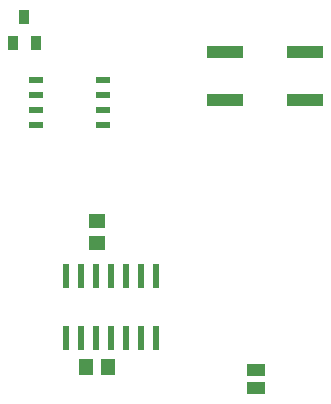
<source format=gtp>
G75*
G70*
%OFA0B0*%
%FSLAX24Y24*%
%IPPOS*%
%LPD*%
%AMOC8*
5,1,8,0,0,1.08239X$1,22.5*
%
%ADD10R,0.0200X0.0830*%
%ADD11R,0.0472X0.0551*%
%ADD12R,0.0590X0.0420*%
%ADD13R,0.1220X0.0432*%
%ADD14R,0.0354X0.0511*%
%ADD15R,0.0460X0.0210*%
%ADD16R,0.0551X0.0472*%
D10*
X011530Y003755D03*
X012030Y003755D03*
X012530Y003755D03*
X013030Y003755D03*
X013530Y003755D03*
X014030Y003755D03*
X014530Y003755D03*
X014530Y005805D03*
X014030Y005805D03*
X013530Y005805D03*
X013030Y005805D03*
X012530Y005805D03*
X012030Y005805D03*
X011530Y005805D03*
D11*
X012206Y002780D03*
X012954Y002780D03*
D12*
X017880Y002680D03*
X017880Y002080D03*
D13*
X016841Y011693D03*
X016841Y013267D03*
X019519Y013267D03*
X019519Y011693D03*
D14*
X010529Y013578D03*
X009781Y013578D03*
X010155Y014444D03*
D15*
X010531Y010859D03*
X010531Y011359D03*
X010531Y011859D03*
X010531Y012359D03*
X012783Y012359D03*
X012783Y011859D03*
X012783Y011359D03*
X012783Y010859D03*
D16*
X012580Y007654D03*
X012580Y006906D03*
M02*

</source>
